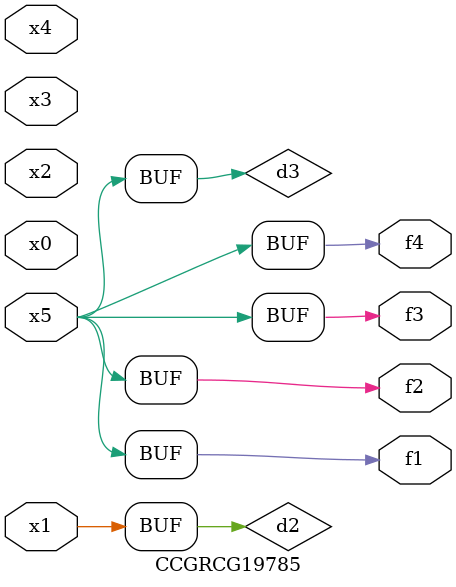
<source format=v>
module CCGRCG19785(
	input x0, x1, x2, x3, x4, x5,
	output f1, f2, f3, f4
);

	wire d1, d2, d3;

	not (d1, x5);
	or (d2, x1);
	xnor (d3, d1);
	assign f1 = d3;
	assign f2 = d3;
	assign f3 = d3;
	assign f4 = d3;
endmodule

</source>
